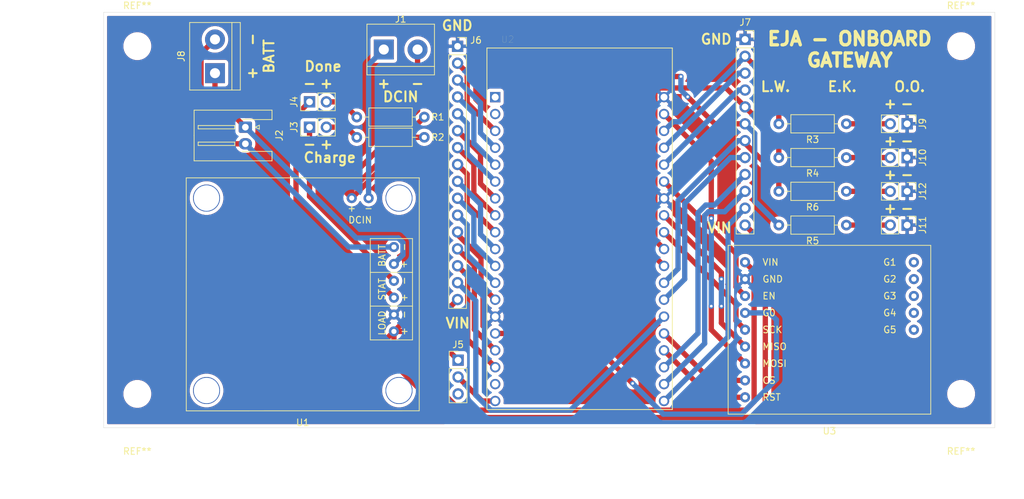
<source format=kicad_pcb>
(kicad_pcb (version 20171130) (host pcbnew 5.1.6-c6e7f7d~87~ubuntu20.04.1)
  (title_block (title "EJA - Onboard Gateway") (date 2020-07-30) (rev "Leonardo Ward"))
  (layers (0 F.Cu signal) (31 B.Cu signal) (34 B.Paste user) (35 F.Paste user) (36 B.SilkS user) (37 F.SilkS user) (38 B.Mask user) (39 F.Mask user) (44 Edge.Cuts user))
  (net 0 "")
  (net 1 "Net-(J1-Pad2)")
  (net 2 "Net-(J1-Pad1)")
  (net 3 "Net-(J2-Pad2)")
  (net 4 "Net-(J2-Pad1)")
  (net 5 "Net-(J3-Pad1)")
  (net 6 "Net-(J3-Pad2)")
  (net 7 "Net-(J4-Pad1)")
  (net 8 "Net-(J4-Pad2)")
  (net 9 GND)
  (net 10 VIN)
  (net 11 MOSI_RFM95W)
  (net 12 MISO_RFM95W)
  (net 13 SCK_RFM95W)
  (net 14 CS_RFM95W)
  (net 15 EN_RFM95W)
  (net 16 RST_RFM95W)
  (net 17 "Net-(U3-Pad10)")
  (net 18 "Net-(U3-Pad11)")
  (net 19 "Net-(U3-Pad12)")
  (net 20 "Net-(U3-Pad13)")
  (net 21 "Net-(U3-Pad14)")
  (net 22 "Net-(J5-Pad2)")
  (net 23 "Net-(J5-Pad3)")
  (net 24 "Net-(J6-Pad2)")
  (net 25 "Net-(J6-Pad3)")
  (net 26 "Net-(J6-Pad4)")
  (net 27 "Net-(J6-Pad5)")
  (net 28 "Net-(J6-Pad6)")
  (net 29 "Net-(J6-Pad7)")
  (net 30 "Net-(J6-Pad8)")
  (net 31 "Net-(J6-Pad9)")
  (net 32 "Net-(J6-Pad10)")
  (net 33 "Net-(J6-Pad11)")
  (net 34 "Net-(J6-Pad12)")
  (net 35 "Net-(J7-Pad3)")
  (net 36 "Net-(J7-Pad4)")
  (net 37 "Net-(J7-Pad8)")
  (net 38 "Net-(J7-Pad9)")
  (net 39 "Net-(J7-Pad10)")
  (net 40 "Net-(J7-Pad11)")
  (net 41 "Net-(U2-Pad1)")
  (net 42 "Net-(U2-Pad2)")
  (net 43 "Net-(U2-Pad18)")
  (net 44 LED_01)
  (net 45 LED_02)
  (net 46 LED_03)
  (net 47 LED_04)
  (net 48 "Net-(J9-Pad2)")
  (net 49 "Net-(J10-Pad2)")
  (net 50 "Net-(J11-Pad2)")
  (net 51 "Net-(J12-Pad2)")
  (net 52 SD2_ESP32)
  (net 53 SD3_ESP32)
  (net 54 IO0_ESP32)
  (net 55 IRQ_RFM95W)
  (module MountingHole:MountingHole_3.2mm_M3 (layer F.Cu) (at 101.6 121.412)
    (fp_text reference REF** (at 0 8.636) (layer F.SilkS))
    (fp_text value MountingHole_3.2mm_M3)
    (pad 1 np_thru_hole circle (at 0 0) (size 3.2 3.2) (drill 3.2) (layers *.Cu *.Mask))
  )
  (module MountingHole:MountingHole_3.2mm_M3 (layer F.Cu) (at 225.552 121.412)
    (fp_text reference REF** (at 0 8.636) (layer F.SilkS))
    (fp_text value MountingHole_3.2mm_M3)
    (pad 1 np_thru_hole circle (at 0 0) (size 3.2 3.2) (drill 3.2) (layers *.Cu *.Mask))
  )
  (module MountingHole:MountingHole_3.2mm_M3 (layer F.Cu) (at 225.552 69.088)
    (fp_text reference REF** (at 0 -6.096) (layer F.SilkS))
    (fp_text value MountingHole_3.2mm_M3)
    (pad 1 np_thru_hole circle (at 0 0) (size 3.2 3.2) (drill 3.2) (layers *.Cu *.Mask))
  )
  (module MountingHole:MountingHole_3.2mm_M3 (layer F.Cu) (at 101.6 69.088)
    (fp_text reference REF** (at 0 -6.096) (layer F.SilkS))
    (fp_text value MountingHole_3.2mm_M3)
    (pad 1 np_thru_hole circle (at 0 0) (size 3.2 3.2) (drill 3.2) (layers *.Cu *.Mask))
  )
  (module footprints:USB_LiIon_LiPoly_Charger_Board (layer F.Cu) (at 126.492 105.664)
    (fp_text reference U1 (at 0 20.066) (layer F.SilkS))
    (fp_text value USB_LiIon_LiPoly_Charger_Board)
    (fp_text user DCIN (at 8.636 -10.414) (layer F.SilkS))
    (fp_text user - (at 9.906 -12.192) (layer F.SilkS))
    (fp_text user + (at 7.366 -12.192) (layer F.SilkS))
    (fp_text user - (at 15.24 -6.35 90) (layer F.SilkS))
    (fp_text user + (at 15.24 -3.81) (layer F.SilkS))
    (fp_text user - (at 15.24 -1.27 90) (layer F.SilkS))
    (fp_text user + (at 15.24 1.27 90) (layer F.SilkS))
    (fp_text user - (at 15.24 3.81 90) (layer F.SilkS))
    (fp_text user + (at 15.24 6.35 90) (layer F.SilkS))
    (fp_text user BATT (at 11.938 -5.08 90) (layer F.SilkS))
    (fp_text user STAT (at 11.938 0 90) (layer F.SilkS))
    (fp_text user LOAD (at 11.938 5.08 90) (layer F.SilkS))
    (pad 8 thru_hole custom (at 7.366 -13.716) (size 1.524 1.524) (drill 0.762) (layers *.Cu *.Mask) (net 1 "Net-(J1-Pad2)") (options (clearance outline) (anchor circle)) (primitives))
    (pad 7 thru_hole custom (at 9.906 -13.716) (size 1.524 1.524) (drill 0.762) (layers *.Cu *.Mask) (net 2 "Net-(J1-Pad1)") (options (clearance outline) (anchor circle)) (primitives))
    (pad 6 thru_hole circle (at 13.716 -6.35) (size 1.524 1.524) (drill 0.762) (layers *.Cu *.Mask) (net 3 "Net-(J2-Pad2)"))
    (pad 5 thru_hole circle (at 13.716 -3.81) (size 1.524 1.524) (drill 0.762) (layers *.Cu *.Mask) (net 4 "Net-(J2-Pad1)"))
    (pad 4 thru_hole circle (at 13.716 -1.27) (size 1.524 1.524) (drill 0.762) (layers *.Cu *.Mask) (net 5 "Net-(J3-Pad1)"))
    (pad 3 thru_hole circle (at 13.716 1.27) (size 1.524 1.524) (drill 0.762) (layers *.Cu *.Mask) (net 7 "Net-(J4-Pad1)"))
    (pad 2 thru_hole circle (at 13.716 3.81) (size 1.524 1.524) (drill 0.762) (layers *.Cu *.Mask) (net 9 GND))
    (pad 1 thru_hole circle (at 13.716 6.35) (size 1.524 1.524) (drill 0.762) (layers *.Cu *.Mask) (net 10 VIN))
    (pad 9 thru_hole circle (at -14.478 -13.716) (size 4.064 4.064) (drill 3.81) (layers *.Cu *.Mask))
    (pad 10 thru_hole circle (at -14.478 15.24) (size 4.064 4.064) (drill 3.81) (layers *.Cu *.Mask))
    (pad 11 thru_hole circle (at 14.478 15.24) (size 4.064 4.064) (drill 3.81) (layers *.Cu *.Mask))
    (pad 12 thru_hole circle (at 14.478 -13.716) (size 4.064 4.064) (drill 3.81) (layers *.Cu *.Mask))
  )
  (module footprints:RFM95W-Board (layer F.Cu) (at 205.74 111.76)
    (fp_text reference U3 (at 0 15.24) (layer F.SilkS))
    (fp_text value LoRa_RFM95W_Board)
    (fp_text user VIN (at -10.16 -10.16) (layer F.SilkS) (effects (justify left)))
    (fp_text user GND (at -10.16 -7.62) (layer F.SilkS) (effects (justify left)))
    (fp_text user EN (at -10.16 -5.08) (layer F.SilkS) (effects (justify left)))
    (fp_text user G0 (at -10.16 -2.54) (layer F.SilkS) (effects (justify left)))
    (fp_text user SCK (at -10.16 0) (layer F.SilkS) (effects (justify left)))
    (fp_text user MISO (at -10.16 2.54) (layer F.SilkS) (effects (justify left)))
    (fp_text user MOSI (at -10.16 5.08) (layer F.SilkS) (effects (justify left)))
    (fp_text user CS (at -10.16 7.62) (layer F.SilkS) (effects (justify left)))
    (fp_text user RST (at -10.16 10.16) (layer F.SilkS) (effects (justify left)))
    (fp_text user G1 (at 10.16 -10.16) (layer F.SilkS) (effects (justify right)))
    (fp_text user G2 (at 10.16 -7.62) (layer F.SilkS) (effects (justify right)))
    (fp_text user G3 (at 10.16 -5.08) (layer F.SilkS) (effects (justify right)))
    (fp_text user G4 (at 10.16 -2.54) (layer F.SilkS) (effects (justify right)))
    (fp_text user G5 (at 10.16 0) (layer F.SilkS) (effects (justify right)))
    (pad 1 thru_hole circle (at -12.7 -10.16) (size 1.524 1.524) (drill 0.762) (layers *.Cu *.Mask) (net 10 VIN))
    (pad 2 thru_hole circle (at -12.7 -7.62) (size 1.524 1.524) (drill 0.762) (layers *.Cu *.Mask) (net 9 GND))
    (pad 3 thru_hole circle (at -12.7 -5.08) (size 1.524 1.524) (drill 0.762) (layers *.Cu *.Mask) (net 15 EN_RFM95W))
    (pad 4 thru_hole circle (at -12.7 -2.54) (size 1.524 1.524) (drill 0.762) (layers *.Cu *.Mask) (net 55 IRQ_RFM95W))
    (pad 5 thru_hole circle (at -12.7 0) (size 1.524 1.524) (drill 0.762) (layers *.Cu *.Mask) (net 13 SCK_RFM95W))
    (pad 6 thru_hole circle (at -12.7 2.54) (size 1.524 1.524) (drill 0.762) (layers *.Cu *.Mask) (net 12 MISO_RFM95W))
    (pad 7 thru_hole circle (at -12.7 5.08) (size 1.524 1.524) (drill 0.762) (layers *.Cu *.Mask) (net 11 MOSI_RFM95W))
    (pad 8 thru_hole circle (at -12.7 7.62) (size 1.524 1.524) (drill 0.762) (layers *.Cu *.Mask) (net 14 CS_RFM95W))
    (pad 9 thru_hole circle (at -12.7 10.16) (size 1.524 1.524) (drill 0.762) (layers *.Cu *.Mask) (net 16 RST_RFM95W))
    (pad 10 thru_hole circle (at 12.7 0) (size 1.524 1.524) (drill 0.762) (layers *.Cu *.Mask) (net 17 "Net-(U3-Pad10)"))
    (pad 11 thru_hole circle (at 12.7 -2.54) (size 1.524 1.524) (drill 0.762) (layers *.Cu *.Mask) (net 18 "Net-(U3-Pad11)"))
    (pad 12 thru_hole circle (at 12.7 -5.08) (size 1.524 1.524) (drill 0.762) (layers *.Cu *.Mask) (net 19 "Net-(U3-Pad12)"))
    (pad 13 thru_hole circle (at 12.7 -7.62) (size 1.524 1.524) (drill 0.762) (layers *.Cu *.Mask) (net 20 "Net-(U3-Pad13)"))
    (pad 14 thru_hole circle (at 12.7 -10.16) (size 1.524 1.524) (drill 0.762) (layers *.Cu *.Mask) (net 21 "Net-(U3-Pad14)"))
  )
  (module Connector_PinHeader_2.54mm:PinHeader_1x02_P2.54mm_Vertical (layer F.Cu) (at 127.508 81.28 90)
    (fp_text reference J3 (at 0 -2.33 90) (layer F.SilkS))
    (fp_text value Conn_LED_Charge)
    (pad 1 thru_hole rect (at 0 0 90) (size 1.7 1.7) (drill 1) (layers *.Cu *.Mask) (net 5 "Net-(J3-Pad1)"))
    (pad 2 thru_hole oval (at 0 2.54 90) (size 1.7 1.7) (drill 1) (layers *.Cu *.Mask) (net 6 "Net-(J3-Pad2)"))
  )
  (module Connector_PinHeader_2.54mm:PinHeader_1x02_P2.54mm_Vertical (layer F.Cu) (at 127.508 77.47 90)
    (fp_text reference J4 (at 0 -2.33 90) (layer F.SilkS))
    (fp_text value Conn_LED_Done)
    (pad 1 thru_hole rect (at 0 0 90) (size 1.7 1.7) (drill 1) (layers *.Cu *.Mask) (net 7 "Net-(J4-Pad1)"))
    (pad 2 thru_hole oval (at 0 2.54 90) (size 1.7 1.7) (drill 1) (layers *.Cu *.Mask) (net 8 "Net-(J4-Pad2)"))
  )
  (module Connector_PinHeader_2.54mm:PinHeader_1x03_P2.54mm_Vertical (layer F.Cu) (at 149.86 116.332)
    (fp_text reference J5 (at 0 -2.33) (layer F.SilkS))
    (fp_text value Conn_VIN_ESP32)
    (pad 1 thru_hole rect (at 0 0) (size 1.7 1.7) (drill 1) (layers *.Cu *.Mask) (net 10 VIN))
    (pad 2 thru_hole oval (at 0 2.54) (size 1.7 1.7) (drill 1) (layers *.Cu *.Mask) (net 22 "Net-(J5-Pad2)"))
    (pad 3 thru_hole oval (at 0 5.08) (size 1.7 1.7) (drill 1) (layers *.Cu *.Mask) (net 23 "Net-(J5-Pad3)"))
  )
  (module TerminalBlock:TerminalBlock_bornier-2_P5.08mm (layer F.Cu) (at 113.284 73.152 90)
    (fp_text reference J8 (at 2.54 -5.08 90) (layer F.SilkS))
    (fp_text value Conn_Battery_TB)
    (pad 1 thru_hole rect (at 0 0 90) (size 3 3) (drill 1.52) (layers *.Cu *.Mask) (net 4 "Net-(J2-Pad1)"))
    (pad 2 thru_hole circle (at 5.08 0 90) (size 3 3) (drill 1.52) (layers *.Cu *.Mask) (net 3 "Net-(J2-Pad2)"))
  )
  (module footprints:MODULE_ESP32-DEVKITC-32D (layer F.Cu) (at 168.148 96.52)
    (fp_text reference U2 (at -10.829175 -28.446045) (layer F.SilkS) (effects (font (size 1.000386 1.000386) (thickness 0.015))))
    (fp_text value ESP32-DEVKITC-32D)
    (pad 1 thru_hole rect (at -12.7 -19.76) (size 1.56 1.56) (drill 1.04) (layers *.Cu *.Mask) (net 41 "Net-(U2-Pad1)"))
    (pad 2 thru_hole circle (at -12.7 -17.22) (size 1.56 1.56) (drill 1.04) (layers *.Cu *.Mask) (net 42 "Net-(U2-Pad2)"))
    (pad 19 thru_hole circle (at -12.7 25.96) (size 1.56 1.56) (drill 1.04) (layers *.Cu *.Mask) (net 22 "Net-(J5-Pad2)"))
    (pad 3 thru_hole circle (at -12.7 -14.68) (size 1.56 1.56) (drill 1.04) (layers *.Cu *.Mask) (net 24 "Net-(J6-Pad2)"))
    (pad 4 thru_hole circle (at -12.7 -12.14) (size 1.56 1.56) (drill 1.04) (layers *.Cu *.Mask) (net 25 "Net-(J6-Pad3)"))
    (pad 5 thru_hole circle (at -12.7 -9.6) (size 1.56 1.56) (drill 1.04) (layers *.Cu *.Mask) (net 26 "Net-(J6-Pad4)"))
    (pad 6 thru_hole circle (at -12.7 -7.06) (size 1.56 1.56) (drill 1.04) (layers *.Cu *.Mask) (net 27 "Net-(J6-Pad5)"))
    (pad 7 thru_hole circle (at -12.7 -4.52) (size 1.56 1.56) (drill 1.04) (layers *.Cu *.Mask) (net 28 "Net-(J6-Pad6)"))
    (pad 8 thru_hole circle (at -12.7 -1.98) (size 1.56 1.56) (drill 1.04) (layers *.Cu *.Mask) (net 29 "Net-(J6-Pad7)"))
    (pad 9 thru_hole circle (at -12.7 0.56) (size 1.56 1.56) (drill 1.04) (layers *.Cu *.Mask) (net 30 "Net-(J6-Pad8)"))
    (pad 10 thru_hole circle (at -12.7 3.1) (size 1.56 1.56) (drill 1.04) (layers *.Cu *.Mask) (net 31 "Net-(J6-Pad9)"))
    (pad 11 thru_hole circle (at -12.7 5.64) (size 1.56 1.56) (drill 1.04) (layers *.Cu *.Mask) (net 32 "Net-(J6-Pad10)"))
    (pad 12 thru_hole circle (at -12.7 8.18) (size 1.56 1.56) (drill 1.04) (layers *.Cu *.Mask) (net 33 "Net-(J6-Pad11)"))
    (pad 13 thru_hole circle (at -12.7 10.72) (size 1.56 1.56) (drill 1.04) (layers *.Cu *.Mask) (net 34 "Net-(J6-Pad12)"))
    (pad 14 thru_hole circle (at -12.7 13.26) (size 1.56 1.56) (drill 1.04) (layers *.Cu *.Mask) (net 9 GND))
    (pad 15 thru_hole circle (at -12.7 15.8) (size 1.56 1.56) (drill 1.04) (layers *.Cu *.Mask) (net 55 IRQ_RFM95W))
    (pad 16 thru_hole circle (at -12.7 18.34) (size 1.56 1.56) (drill 1.04) (layers *.Cu *.Mask) (net 52 SD2_ESP32))
    (pad 17 thru_hole circle (at -12.7 20.88) (size 1.56 1.56) (drill 1.04) (layers *.Cu *.Mask) (net 53 SD3_ESP32))
    (pad 18 thru_hole circle (at -12.7 23.42) (size 1.56 1.56) (drill 1.04) (layers *.Cu *.Mask) (net 43 "Net-(U2-Pad18)"))
    (pad 20 thru_hole circle (at 12.7 -19.76) (size 1.56 1.56) (drill 1.04) (layers *.Cu *.Mask) (net 9 GND))
    (pad 21 thru_hole circle (at 12.7 -17.22) (size 1.56 1.56) (drill 1.04) (layers *.Cu *.Mask) (net 11 MOSI_RFM95W))
    (pad 22 thru_hole circle (at 12.7 -14.68) (size 1.56 1.56) (drill 1.04) (layers *.Cu *.Mask) (net 44 LED_01))
    (pad 23 thru_hole circle (at 12.7 -12.14) (size 1.56 1.56) (drill 1.04) (layers *.Cu *.Mask) (net 35 "Net-(J7-Pad3)"))
    (pad 24 thru_hole circle (at 12.7 -9.6) (size 1.56 1.56) (drill 1.04) (layers *.Cu *.Mask) (net 36 "Net-(J7-Pad4)"))
    (pad 25 thru_hole circle (at 12.7 -7.06) (size 1.56 1.56) (drill 1.04) (layers *.Cu *.Mask) (net 15 EN_RFM95W))
    (pad 26 thru_hole circle (at 12.7 -4.52) (size 1.56 1.56) (drill 1.04) (layers *.Cu *.Mask) (net 9 GND))
    (pad 27 thru_hole circle (at 12.7 -1.98) (size 1.56 1.56) (drill 1.04) (layers *.Cu *.Mask) (net 12 MISO_RFM95W))
    (pad 28 thru_hole circle (at 12.7 0.56) (size 1.56 1.56) (drill 1.04) (layers *.Cu *.Mask) (net 13 SCK_RFM95W))
    (pad 29 thru_hole circle (at 12.7 3.1) (size 1.56 1.56) (drill 1.04) (layers *.Cu *.Mask) (net 45 LED_02))
    (pad 30 thru_hole circle (at 12.7 5.64) (size 1.56 1.56) (drill 1.04) (layers *.Cu *.Mask) (net 46 LED_03))
    (pad 31 thru_hole circle (at 12.7 8.18) (size 1.56 1.56) (drill 1.04) (layers *.Cu *.Mask) (net 47 LED_04))
    (pad 32 thru_hole circle (at 12.7 10.72) (size 1.56 1.56) (drill 1.04) (layers *.Cu *.Mask) (net 37 "Net-(J7-Pad8)"))
    (pad 33 thru_hole circle (at 12.7 13.26) (size 1.56 1.56) (drill 1.04) (layers *.Cu *.Mask) (net 54 IO0_ESP32))
    (pad 34 thru_hole circle (at 12.7 15.8) (size 1.56 1.56) (drill 1.04) (layers *.Cu *.Mask) (net 14 CS_RFM95W))
    (pad 35 thru_hole circle (at 12.7 18.34) (size 1.56 1.56) (drill 1.04) (layers *.Cu *.Mask) (net 16 RST_RFM95W))
    (pad 36 thru_hole circle (at 12.7 20.88) (size 1.56 1.56) (drill 1.04) (layers *.Cu *.Mask) (net 38 "Net-(J7-Pad9)"))
    (pad 37 thru_hole circle (at 12.7 23.42) (size 1.56 1.56) (drill 1.04) (layers *.Cu *.Mask) (net 39 "Net-(J7-Pad10)"))
    (pad 38 thru_hole circle (at 12.7 25.96) (size 1.56 1.56) (drill 1.04) (layers *.Cu *.Mask) (net 40 "Net-(J7-Pad11)"))
  )
  (module Connector_JST:JST_XH_S2B-XH-A-1_1x02_P2.50mm_Horizontal (layer F.Cu) (at 117.856 81.28 270)
    (fp_text reference J2 (at 1.25 -5.1 90) (layer F.SilkS))
    (fp_text value Conn_Battery_JST_XH)
    (pad 1 thru_hole roundrect (at 0 0 270) (size 1.7 2) (drill 1) (layers *.Cu *.Mask) (roundrect_rratio 0.147059) (net 4 "Net-(J2-Pad1)"))
    (pad 2 thru_hole oval (at 2.5 0 270) (size 1.7 2) (drill 1) (layers *.Cu *.Mask) (net 3 "Net-(J2-Pad2)"))
  )
  (module TerminalBlock:TerminalBlock_bornier-2_P5.08mm (layer F.Cu) (at 138.684 69.596)
    (fp_text reference J1 (at 2.54 -4.572) (layer F.SilkS))
    (fp_text value Conn_DCin)
    (pad 1 thru_hole rect (at 0 0) (size 3 3) (drill 1.52) (layers *.Cu *.Mask) (net 2 "Net-(J1-Pad1)"))
    (pad 2 thru_hole circle (at 5.08 0) (size 3 3) (drill 1.52) (layers *.Cu *.Mask) (net 1 "Net-(J1-Pad2)"))
  )
  (module Resistor_THT:R_Axial_DIN0207_L6.3mm_D2.5mm_P10.16mm_Horizontal (layer F.Cu) (at 134.62 79.756)
    (fp_text reference R1 (at 12.192 0) (layer F.SilkS))
    (fp_text value 1K)
    (pad 2 thru_hole oval (at 10.16 0) (size 1.6 1.6) (drill 0.8) (layers *.Cu *.Mask) (net 1 "Net-(J1-Pad2)"))
    (pad 1 thru_hole circle (at 0 0) (size 1.6 1.6) (drill 0.8) (layers *.Cu *.Mask) (net 8 "Net-(J4-Pad2)"))
  )
  (module Resistor_THT:R_Axial_DIN0207_L6.3mm_D2.5mm_P10.16mm_Horizontal (layer F.Cu) (at 134.62 82.804)
    (fp_text reference R2 (at 12.192 0) (layer F.SilkS))
    (fp_text value 1k)
    (pad 1 thru_hole circle (at 0 0) (size 1.6 1.6) (drill 0.8) (layers *.Cu *.Mask) (net 6 "Net-(J3-Pad2)"))
    (pad 2 thru_hole oval (at 10.16 0) (size 1.6 1.6) (drill 0.8) (layers *.Cu *.Mask) (net 1 "Net-(J1-Pad2)"))
  )
  (module Connector_PinSocket_2.54mm:PinSocket_1x16_P2.54mm_Vertical (layer F.Cu) (at 149.7838 69.1134)
    (fp_text reference J6 (at 2.7686 -0.9144) (layer F.SilkS))
    (fp_text value Conn_Extras_01)
    (pad 1 thru_hole rect (at 0 0) (size 1.7 1.7) (drill 1) (layers *.Cu *.Mask) (net 9 GND))
    (pad 2 thru_hole oval (at 0 2.54) (size 1.7 1.7) (drill 1) (layers *.Cu *.Mask) (net 24 "Net-(J6-Pad2)"))
    (pad 3 thru_hole oval (at 0 5.08) (size 1.7 1.7) (drill 1) (layers *.Cu *.Mask) (net 25 "Net-(J6-Pad3)"))
    (pad 4 thru_hole oval (at 0 7.62) (size 1.7 1.7) (drill 1) (layers *.Cu *.Mask) (net 26 "Net-(J6-Pad4)"))
    (pad 5 thru_hole oval (at 0 10.16) (size 1.7 1.7) (drill 1) (layers *.Cu *.Mask) (net 27 "Net-(J6-Pad5)"))
    (pad 6 thru_hole oval (at 0 12.7) (size 1.7 1.7) (drill 1) (layers *.Cu *.Mask) (net 28 "Net-(J6-Pad6)"))
    (pad 7 thru_hole oval (at 0 15.24) (size 1.7 1.7) (drill 1) (layers *.Cu *.Mask) (net 29 "Net-(J6-Pad7)"))
    (pad 8 thru_hole oval (at 0 17.78) (size 1.7 1.7) (drill 1) (layers *.Cu *.Mask) (net 30 "Net-(J6-Pad8)"))
    (pad 9 thru_hole oval (at 0 20.32) (size 1.7 1.7) (drill 1) (layers *.Cu *.Mask) (net 31 "Net-(J6-Pad9)"))
    (pad 10 thru_hole oval (at 0 22.86) (size 1.7 1.7) (drill 1) (layers *.Cu *.Mask) (net 32 "Net-(J6-Pad10)"))
    (pad 11 thru_hole oval (at 0 25.4) (size 1.7 1.7) (drill 1) (layers *.Cu *.Mask) (net 33 "Net-(J6-Pad11)"))
    (pad 12 thru_hole oval (at 0 27.94) (size 1.7 1.7) (drill 1) (layers *.Cu *.Mask) (net 34 "Net-(J6-Pad12)"))
    (pad 13 thru_hole oval (at 0 30.48) (size 1.7 1.7) (drill 1) (layers *.Cu *.Mask) (net 52 SD2_ESP32))
    (pad 14 thru_hole oval (at 0 33.02) (size 1.7 1.7) (drill 1) (layers *.Cu *.Mask) (net 53 SD3_ESP32))
    (pad 15 thru_hole oval (at 0 35.56) (size 1.7 1.7) (drill 1) (layers *.Cu *.Mask) (net 54 IO0_ESP32))
    (pad 16 thru_hole oval (at 0 38.1) (size 1.7 1.7) (drill 1) (layers *.Cu *.Mask) (net 10 VIN))
  )
  (module Connector_PinSocket_2.54mm:PinSocket_1x12_P2.54mm_Vertical (layer F.Cu) (at 193.04 68.072)
    (fp_text reference J7 (at 0.0254 -2.5654) (layer F.SilkS))
    (fp_text value Conn_Extras_02)
    (pad 1 thru_hole rect (at 0 0) (size 1.7 1.7) (drill 1) (layers *.Cu *.Mask) (net 9 GND))
    (pad 2 thru_hole oval (at 0 2.54) (size 1.7 1.7) (drill 1) (layers *.Cu *.Mask) (net 44 LED_01))
    (pad 3 thru_hole oval (at 0 5.08) (size 1.7 1.7) (drill 1) (layers *.Cu *.Mask) (net 35 "Net-(J7-Pad3)"))
    (pad 4 thru_hole oval (at 0 7.62) (size 1.7 1.7) (drill 1) (layers *.Cu *.Mask) (net 36 "Net-(J7-Pad4)"))
    (pad 5 thru_hole oval (at 0 10.16) (size 1.7 1.7) (drill 1) (layers *.Cu *.Mask) (net 45 LED_02))
    (pad 6 thru_hole oval (at 0 12.7) (size 1.7 1.7) (drill 1) (layers *.Cu *.Mask) (net 46 LED_03))
    (pad 7 thru_hole oval (at 0 15.24) (size 1.7 1.7) (drill 1) (layers *.Cu *.Mask) (net 47 LED_04))
    (pad 8 thru_hole oval (at 0 17.78) (size 1.7 1.7) (drill 1) (layers *.Cu *.Mask) (net 37 "Net-(J7-Pad8)"))
    (pad 9 thru_hole oval (at 0 20.32) (size 1.7 1.7) (drill 1) (layers *.Cu *.Mask) (net 38 "Net-(J7-Pad9)"))
    (pad 10 thru_hole oval (at 0 22.86) (size 1.7 1.7) (drill 1) (layers *.Cu *.Mask) (net 39 "Net-(J7-Pad10)"))
    (pad 11 thru_hole oval (at 0 25.4) (size 1.7 1.7) (drill 1) (layers *.Cu *.Mask) (net 40 "Net-(J7-Pad11)"))
    (pad 12 thru_hole oval (at 0 27.94) (size 1.7 1.7) (drill 1) (layers *.Cu *.Mask) (net 10 VIN))
  )
  (module Connector_PinHeader_2.54mm:PinHeader_1x02_P2.54mm_Vertical (layer F.Cu) (at 217.424 80.772 270)
    (fp_text reference J9 (at 0 -2.33 90) (layer F.SilkS))
    (fp_text value Extra_LED_01)
    (pad 1 thru_hole rect (at 0 0 270) (size 1.7 1.7) (drill 1) (layers *.Cu *.Mask) (net 9 GND))
    (pad 2 thru_hole oval (at 0 2.54 270) (size 1.7 1.7) (drill 1) (layers *.Cu *.Mask) (net 48 "Net-(J9-Pad2)"))
  )
  (module Connector_PinHeader_2.54mm:PinHeader_1x02_P2.54mm_Vertical (layer F.Cu) (at 217.424 85.852 270)
    (fp_text reference J10 (at 0 -2.33 90) (layer F.SilkS))
    (fp_text value Extra_LED_02)
    (pad 2 thru_hole oval (at 0 2.54 270) (size 1.7 1.7) (drill 1) (layers *.Cu *.Mask) (net 49 "Net-(J10-Pad2)"))
    (pad 1 thru_hole rect (at 0 0 270) (size 1.7 1.7) (drill 1) (layers *.Cu *.Mask) (net 9 GND))
  )
  (module Connector_PinHeader_2.54mm:PinHeader_1x02_P2.54mm_Vertical (layer F.Cu) (at 217.424 96.012 270)
    (fp_text reference J11 (at 0 -2.33 90) (layer F.SilkS))
    (fp_text value Extra_LED_03)
    (pad 1 thru_hole rect (at 0 0 270) (size 1.7 1.7) (drill 1) (layers *.Cu *.Mask) (net 9 GND))
    (pad 2 thru_hole oval (at 0 2.54 270) (size 1.7 1.7) (drill 1) (layers *.Cu *.Mask) (net 50 "Net-(J11-Pad2)"))
  )
  (module Connector_PinHeader_2.54mm:PinHeader_1x02_P2.54mm_Vertical (layer F.Cu) (at 217.424 90.932 270)
    (fp_text reference J12 (at 0 -2.33 90) (layer F.SilkS))
    (fp_text value Extra_LED_04)
    (pad 2 thru_hole oval (at 0 2.54 270) (size 1.7 1.7) (drill 1) (layers *.Cu *.Mask) (net 51 "Net-(J12-Pad2)"))
    (pad 1 thru_hole rect (at 0 0 270) (size 1.7 1.7) (drill 1) (layers *.Cu *.Mask) (net 9 GND))
  )
  (module Resistor_THT:R_Axial_DIN0207_L6.3mm_D2.5mm_P10.16mm_Horizontal (layer F.Cu) (at 208.28 80.772 180)
    (fp_text reference R3 (at 5.08 -2.37) (layer F.SilkS))
    (fp_text value R_Led01)
    (pad 2 thru_hole oval (at 10.16 0 180) (size 1.6 1.6) (drill 0.8) (layers *.Cu *.Mask) (net 44 LED_01))
    (pad 1 thru_hole circle (at 0 0 180) (size 1.6 1.6) (drill 0.8) (layers *.Cu *.Mask) (net 48 "Net-(J9-Pad2)"))
  )
  (module Resistor_THT:R_Axial_DIN0207_L6.3mm_D2.5mm_P10.16mm_Horizontal (layer F.Cu) (at 208.28 85.852 180)
    (fp_text reference R4 (at 5.08 -2.37) (layer F.SilkS))
    (fp_text value R_Led02)
    (pad 1 thru_hole circle (at 0 0 180) (size 1.6 1.6) (drill 0.8) (layers *.Cu *.Mask) (net 49 "Net-(J10-Pad2)"))
    (pad 2 thru_hole oval (at 10.16 0 180) (size 1.6 1.6) (drill 0.8) (layers *.Cu *.Mask) (net 45 LED_02))
  )
  (module Resistor_THT:R_Axial_DIN0207_L6.3mm_D2.5mm_P10.16mm_Horizontal (layer F.Cu) (at 208.28 96.012 180)
    (fp_text reference R5 (at 5.08 -2.37) (layer F.SilkS))
    (fp_text value R_Led03)
    (pad 1 thru_hole circle (at 0 0 180) (size 1.6 1.6) (drill 0.8) (layers *.Cu *.Mask) (net 50 "Net-(J11-Pad2)"))
    (pad 2 thru_hole oval (at 10.16 0 180) (size 1.6 1.6) (drill 0.8) (layers *.Cu *.Mask) (net 46 LED_03))
  )
  (module Resistor_THT:R_Axial_DIN0207_L6.3mm_D2.5mm_P10.16mm_Horizontal (layer F.Cu) (at 208.28 90.932 180)
    (fp_text reference R6 (at 5.08 -2.37) (layer F.SilkS))
    (fp_text value R_Led04)
    (pad 2 thru_hole oval (at 10.16 0 180) (size 1.6 1.6) (drill 0.8) (layers *.Cu *.Mask) (net 47 LED_04))
    (pad 1 thru_hole circle (at 0 0 180) (size 1.6 1.6) (drill 0.8) (layers *.Cu *.Mask) (net 51 "Net-(J12-Pad2)"))
  )
  (gr_text VIN (at 189.2046 96.4184) (layer F.SilkS) (effects (font (size 1.5 1.5) (thickness 0.3))))
  (gr_text GND (at 188.6966 68.0466) (layer F.SilkS) (effects (font (size 1.5 1.5) (thickness 0.3))))
  (gr_text GND (at 149.733 65.9892) (layer F.SilkS) (effects (font (size 1.5 1.5) (thickness 0.3))))
  (gr_text VIN (at 149.8092 110.7694) (layer F.SilkS) (effects (font (size 1.5 1.5) (thickness 0.3))))
  (gr_text - (at 217.424 93.472) (layer F.SilkS) (effects (font (size 1.5 1.5) (thickness 0.3))))
  (gr_text - (at 217.424 88.392) (layer F.SilkS) (effects (font (size 1.5 1.5) (thickness 0.3))))
  (gr_text - (at 217.424 83.312) (layer F.SilkS) (effects (font (size 1.5 1.5) (thickness 0.3))))
  (gr_text + (at 214.884 93.472) (layer F.SilkS) (effects (font (size 1.5 1.5) (thickness 0.3))))
  (gr_text + (at 214.884 88.392) (layer F.SilkS) (effects (font (size 1.5 1.5) (thickness 0.3))))
  (gr_text + (at 214.884 83.312) (layer F.SilkS) (effects (font (size 1.5 1.5) (thickness 0.3))))
  (gr_text - (at 217.424 77.724) (layer F.SilkS) (effects (font (size 1.5 1.5) (thickness 0.3))))
  (gr_text + (at 214.884 77.724) (layer F.SilkS) (effects (font (size 1.5 1.5) (thickness 0.3))))
  (gr_line (start 230.632 126.492) (end 229.616 126.492) (layer Edge.Cuts) (width 0.05))
  (gr_line (start 230.632 64.008) (end 230.632 126.492) (layer Edge.Cuts) (width 0.05))
  (gr_line (start 229.616 64.008) (end 230.632 64.008) (layer Edge.Cuts) (width 0.05))
  (gr_text "L.W.     E.K.     O.O." (at 207.772 75.184) (layer F.SilkS) (effects (font (size 1.5 1.5) (thickness 0.3))))
  (gr_text "EJA - ONBOARD\nGATEWAY" (at 208.788 69.596) (layer F.SilkS) (effects (font (size 2 2) (thickness 0.5))))
  (gr_line (start 229.616 64.008) (end 96.52 64.008) (layer Edge.Cuts) (width 0.05))
  (gr_line (start 96.52 126.492) (end 229.616 126.492) (layer Edge.Cuts) (width 0.05))
  (gr_line (start 96.52 124.46) (end 96.52 126.492) (layer Edge.Cuts) (width 0.05))
  (gr_line (start 96.52 64.008) (end 96.52 124.46) (layer Edge.Cuts) (width 0.05))
  (gr_text DCIN (at 141.224 76.708) (layer F.SilkS) (effects (font (size 1.5 1.5) (thickness 0.3))))
  (gr_text - (at 118.872 68.072 90) (layer F.SilkS) (effects (font (size 1.5 1.5) (thickness 0.3))))
  (gr_text + (at 118.872 73.152 90) (layer F.SilkS) (effects (font (size 1.5 1.5) (thickness 0.3))))
  (gr_text BATT (at 121.412 70.612 90) (layer F.SilkS) (effects (font (size 1.5 1.5) (thickness 0.3))))
  (gr_text - (at 143.764 74.676) (layer F.SilkS) (effects (font (size 1.5 1.5) (thickness 0.3))))
  (gr_text + (at 138.684 74.676) (layer F.SilkS) (effects (font (size 1.5 1.5) (thickness 0.3))))
  (gr_text Charge (at 130.556 85.852) (layer F.SilkS) (effects (font (size 1.5 1.5) (thickness 0.3))))
  (gr_text Done (at 129.54 72.136) (layer F.SilkS) (effects (font (size 1.5 1.5) (thickness 0.3))))
  (gr_text + (at 130.048 74.676) (layer F.SilkS) (effects (font (size 1.5 1.5) (thickness 0.3))))
  (gr_text - (at 127.508 74.676) (layer F.SilkS) (effects (font (size 1.5 1.5) (thickness 0.3))))
  (gr_text - (at 127.508 83.82) (layer F.SilkS) (effects (font (size 1.5 1.5) (thickness 0.3))))
  (gr_text + (at 130.048 83.82) (layer F.SilkS) (effects (font (size 1.5 1.5) (thickness 0.3))))
  (segment (start 143.002 82.804) (end 144.78 82.804) (width 0.8) (layer F.Cu) (net 1))
  (segment (start 133.858 91.948) (end 143.002 82.804) (width 0.8) (layer F.Cu) (net 1))
  (segment (start 133.858 90.678) (end 144.78 79.756) (width 0.8) (layer F.Cu) (net 1))
  (segment (start 133.858 91.948) (end 133.858 90.678) (width 0.8) (layer F.Cu) (net 1))
  (segment (start 133.858 91.948) (end 133.096 91.186) (width 0.8) (layer F.Cu) (net 1))
  (segment (start 133.096 91.186) (end 133.096 89.408) (width 0.8) (layer F.Cu) (net 1))
  (segment (start 133.096 89.408) (end 143.764 78.74) (width 0.8) (layer F.Cu) (net 1))
  (segment (start 143.764 78.74) (end 143.764 69.596) (width 0.8) (layer F.Cu) (net 1))
  (segment (start 136.398 91.948) (end 136.398 71.882) (width 0.8) (layer B.Cu) (net 2))
  (segment (start 136.398 71.882) (end 138.684 69.596) (width 0.8) (layer B.Cu) (net 2))
  (segment (start 116.056 83.78) (end 117.856 83.78) (width 0.8) (layer F.Cu) (net 3))
  (segment (start 111.183999 70.172001) (end 111.183999 78.907999) (width 0.8) (layer F.Cu) (net 3))
  (segment (start 111.183999 78.907999) (end 116.056 83.78) (width 0.8) (layer F.Cu) (net 3))
  (segment (start 113.284 68.072) (end 111.183999 70.172001) (width 0.8) (layer F.Cu) (net 3))
  (segment (start 133.39 99.314) (end 140.208 99.314) (width 0.8) (layer B.Cu) (net 3))
  (segment (start 117.856 83.78) (end 133.39 99.314) (width 0.8) (layer B.Cu) (net 3))
  (segment (start 113.284 76.708) (end 117.856 81.28) (width 0.8) (layer F.Cu) (net 4))
  (segment (start 113.284 73.152) (end 113.284 76.708) (width 0.8) (layer F.Cu) (net 4))
  (segment (start 141.570001 100.491999) (end 140.208 101.854) (width 0.8) (layer B.Cu) (net 4))
  (segment (start 141.570001 98.660239) (end 141.570001 100.491999) (width 0.8) (layer B.Cu) (net 4))
  (segment (start 140.861761 97.951999) (end 141.570001 98.660239) (width 0.8) (layer B.Cu) (net 4))
  (segment (start 134.527999 97.951999) (end 140.861761 97.951999) (width 0.8) (layer B.Cu) (net 4))
  (segment (start 117.856 81.28) (end 134.527999 97.951999) (width 0.8) (layer B.Cu) (net 4))
  (segment (start 127.508 91.694) (end 127.508 81.28) (width 0.8) (layer F.Cu) (net 5))
  (segment (start 140.208 104.394) (end 127.508 91.694) (width 0.8) (layer F.Cu) (net 5))
  (segment (start 133.096 81.28) (end 134.62 82.804) (width 0.8) (layer F.Cu) (net 6))
  (segment (start 130.048 81.28) (end 133.096 81.28) (width 0.8) (layer F.Cu) (net 6))
  (segment (start 140.208 106.934) (end 125.476 92.202) (width 0.8) (layer F.Cu) (net 7))
  (segment (start 125.476 79.502) (end 127.508 77.47) (width 0.8) (layer F.Cu) (net 7))
  (segment (start 125.476 92.202) (end 125.476 79.502) (width 0.8) (layer F.Cu) (net 7))
  (segment (start 132.334 77.47) (end 134.62 79.756) (width 0.8) (layer F.Cu) (net 8))
  (segment (start 130.048 77.47) (end 132.334 77.47) (width 0.8) (layer F.Cu) (net 8))
  (segment (start 145.542 112.014) (end 149.86 116.332) (width 0.8) (layer F.Cu) (net 10))
  (segment (start 140.208 112.014) (end 145.542 112.014) (width 0.8) (layer F.Cu) (net 10))
  (segment (start 194.402001 102.962001) (end 193.04 101.6) (width 0.8) (layer F.Cu) (net 10))
  (segment (start 194.402001 122.573761) (end 194.402001 102.962001) (width 0.8) (layer F.Cu) (net 10))
  (segment (start 193.115761 123.860001) (end 194.402001 122.573761) (width 0.8) (layer F.Cu) (net 10))
  (segment (start 150.161999 123.860001) (end 193.115761 123.860001) (width 0.8) (layer F.Cu) (net 10))
  (segment (start 140.208 113.906002) (end 150.161999 123.860001) (width 0.8) (layer F.Cu) (net 10))
  (segment (start 140.208 112.014) (end 140.208 113.906002) (width 0.8) (layer F.Cu) (net 10))
  (segment (start 140.208 112.014) (end 138.176 114.046) (width 0.8) (layer F.Cu) (net 10))
  (segment (start 138.176 114.808) (end 148.336 124.968) (width 0.8) (layer F.Cu) (net 10))
  (segment (start 138.176 114.046) (end 138.176 114.808) (width 0.8) (layer F.Cu) (net 10))
  (segment (start 148.336 124.968) (end 194.056 124.968) (width 0.8) (layer F.Cu) (net 10))
  (segment (start 194.056 124.968) (end 196.088 122.936) (width 0.8) (layer F.Cu) (net 10))
  (segment (start 196.088 99.06) (end 193.04 96.012) (width 0.8) (layer F.Cu) (net 10))
  (segment (start 196.088 122.936) (end 196.088 99.06) (width 0.8) (layer F.Cu) (net 10))
  (segment (start 140.208 112.014) (end 142.5194 109.7026) (width 0.8) (layer F.Cu) (net 10))
  (segment (start 147.2946 109.7026) (end 149.7838 107.2134) (width 0.8) (layer F.Cu) (net 10))
  (segment (start 142.5194 109.7026) (end 147.2946 109.7026) (width 0.8) (layer F.Cu) (net 10))
  (via (at 187.96 108.204) (size 0.8) (drill 0.4) (layers F.Cu B.Cu) (net 11))
  (segment (start 187.96 111.76) (end 187.96 108.204) (width 0.8) (layer F.Cu) (net 11))
  (segment (start 193.04 116.84) (end 187.96 111.76) (width 0.8) (layer F.Cu) (net 11))
  (via (at 187.96 94.996) (size 0.8) (drill 0.4) (layers F.Cu B.Cu) (net 11))
  (segment (start 187.96 108.204) (end 187.96 94.996) (width 0.8) (layer B.Cu) (net 11))
  (segment (start 187.96 86.412) (end 180.848 79.3) (width 0.8) (layer F.Cu) (net 11))
  (segment (start 187.96 94.996) (end 187.96 86.412) (width 0.8) (layer F.Cu) (net 11))
  (segment (start 189.484 110.744) (end 189.484 108.204) (width 0.8) (layer F.Cu) (net 12))
  (via (at 189.484 108.204) (size 0.8) (drill 0.4) (layers F.Cu B.Cu) (net 12))
  (segment (start 193.04 114.3) (end 189.484 110.744) (width 0.8) (layer F.Cu) (net 12))
  (via (at 189.484 104.14) (size 0.8) (drill 0.4) (layers F.Cu B.Cu) (net 12))
  (segment (start 189.484 108.204) (end 189.484 104.14) (width 0.8) (layer B.Cu) (net 12))
  (segment (start 189.484 103.176) (end 180.848 94.54) (width 0.8) (layer F.Cu) (net 12))
  (segment (start 189.484 104.14) (end 189.484 103.176) (width 0.8) (layer F.Cu) (net 12))
  (segment (start 191.677999 110.397999) (end 191.677999 107.909999) (width 0.8) (layer F.Cu) (net 13))
  (segment (start 191.677999 107.909999) (end 180.848 97.08) (width 0.8) (layer F.Cu) (net 13))
  (segment (start 193.04 111.76) (end 191.677999 110.397999) (width 0.8) (layer F.Cu) (net 13))
  (segment (start 187.908 119.38) (end 180.848 112.32) (width 0.8) (layer F.Cu) (net 14))
  (segment (start 193.04 119.38) (end 187.908 119.38) (width 0.8) (layer F.Cu) (net 14))
  (segment (start 191.677999 100.289999) (end 180.848 89.46) (width 0.8) (layer F.Cu) (net 15))
  (segment (start 191.677999 105.317999) (end 191.677999 100.289999) (width 0.8) (layer F.Cu) (net 15))
  (segment (start 193.04 106.68) (end 191.677999 105.317999) (width 0.8) (layer F.Cu) (net 15))
  (segment (start 187.908 121.92) (end 180.848 114.86) (width 0.8) (layer F.Cu) (net 16))
  (segment (start 193.04 121.92) (end 187.908 121.92) (width 0.8) (layer F.Cu) (net 16))
  (segment (start 153.468 122.48) (end 149.86 118.872) (width 0.8) (layer F.Cu) (net 22))
  (segment (start 155.448 122.48) (end 153.468 122.48) (width 0.8) (layer F.Cu) (net 22))
  (segment (start 151.233801 73.103401) (end 149.7838 71.6534) (width 0.8) (layer F.Cu) (net 24))
  (segment (start 151.233801 77.625801) (end 151.233801 73.103401) (width 0.8) (layer F.Cu) (net 24))
  (segment (start 155.448 81.84) (end 151.233801 77.625801) (width 0.8) (layer F.Cu) (net 24))
  (segment (start 153.233821 77.643421) (end 149.7838 74.1934) (width 0.8) (layer B.Cu) (net 25))
  (segment (start 153.233821 82.165821) (end 153.233821 77.643421) (width 0.8) (layer B.Cu) (net 25))
  (segment (start 155.448 84.38) (end 153.233821 82.165821) (width 0.8) (layer B.Cu) (net 25))
  (segment (start 152.233811 83.705811) (end 152.233811 79.183411) (width 0.8) (layer B.Cu) (net 26))
  (segment (start 152.233811 79.183411) (end 149.7838 76.7334) (width 0.8) (layer B.Cu) (net 26))
  (segment (start 155.448 86.92) (end 152.233811 83.705811) (width 0.8) (layer B.Cu) (net 26))
  (segment (start 151.233801 85.245801) (end 151.233801 80.723401) (width 0.8) (layer B.Cu) (net 27))
  (segment (start 151.233801 80.723401) (end 149.7838 79.2734) (width 0.8) (layer B.Cu) (net 27))
  (segment (start 155.448 89.46) (end 151.233801 85.245801) (width 0.8) (layer B.Cu) (net 27))
  (segment (start 153.233821 85.263421) (end 149.7838 81.8134) (width 0.8) (layer F.Cu) (net 28))
  (segment (start 153.233821 89.785821) (end 153.233821 85.263421) (width 0.8) (layer F.Cu) (net 28))
  (segment (start 155.448 92) (end 153.233821 89.785821) (width 0.8) (layer F.Cu) (net 28))
  (segment (start 152.233811 86.803411) (end 149.7838 84.3534) (width 0.8) (layer F.Cu) (net 29))
  (segment (start 152.233811 91.325811) (end 152.233811 86.803411) (width 0.8) (layer F.Cu) (net 29))
  (segment (start 155.448 94.54) (end 152.233811 91.325811) (width 0.8) (layer F.Cu) (net 29))
  (segment (start 151.233801 88.343401) (end 149.7838 86.8934) (width 0.8) (layer F.Cu) (net 30))
  (segment (start 151.233801 92.865801) (end 151.233801 88.343401) (width 0.8) (layer F.Cu) (net 30))
  (segment (start 155.448 97.08) (end 151.233801 92.865801) (width 0.8) (layer F.Cu) (net 30))
  (segment (start 153.233821 92.883421) (end 149.7838 89.4334) (width 0.8) (layer B.Cu) (net 31))
  (segment (start 153.233821 97.405821) (end 153.233821 92.883421) (width 0.8) (layer B.Cu) (net 31))
  (segment (start 155.448 99.62) (end 153.233821 97.405821) (width 0.8) (layer B.Cu) (net 31))
  (segment (start 152.233811 94.423411) (end 149.7838 91.9734) (width 0.8) (layer B.Cu) (net 32))
  (segment (start 152.233811 98.945811) (end 152.233811 94.423411) (width 0.8) (layer B.Cu) (net 32))
  (segment (start 155.448 102.16) (end 152.233811 98.945811) (width 0.8) (layer B.Cu) (net 32))
  (segment (start 151.233801 95.963401) (end 149.7838 94.5134) (width 0.8) (layer B.Cu) (net 33))
  (segment (start 151.233801 100.485801) (end 151.233801 95.963401) (width 0.8) (layer B.Cu) (net 33))
  (segment (start 155.448 104.7) (end 151.233801 100.485801) (width 0.8) (layer B.Cu) (net 33))
  (segment (start 149.7838 97.447398) (end 153.310021 100.973619) (width 0.8) (layer F.Cu) (net 34))
  (segment (start 149.7838 97.0534) (end 149.7838 97.447398) (width 0.8) (layer F.Cu) (net 34))
  (segment (start 153.310021 105.102021) (end 155.448 107.24) (width 0.8) (layer F.Cu) (net 34))
  (segment (start 153.310021 100.973619) (end 153.310021 105.102021) (width 0.8) (layer F.Cu) (net 34))
  (segment (start 192.076 73.152) (end 193.04 73.152) (width 0.8) (layer B.Cu) (net 35))
  (segment (start 180.848 84.38) (end 192.076 73.152) (width 0.8) (layer B.Cu) (net 35))
  (segment (start 192.076 75.692) (end 193.04 75.692) (width 0.8) (layer B.Cu) (net 36))
  (segment (start 180.848 86.92) (end 192.076 75.692) (width 0.8) (layer B.Cu) (net 36))
  (segment (start 183.95996 104.12804) (end 183.95996 92.747813) (width 0.8) (layer B.Cu) (net 37))
  (segment (start 180.848 107.24) (end 183.95996 104.12804) (width 0.8) (layer B.Cu) (net 37))
  (segment (start 190.855773 85.852) (end 193.04 85.852) (width 0.8) (layer B.Cu) (net 37))
  (segment (start 183.95996 92.747813) (end 190.855773 85.852) (width 0.8) (layer B.Cu) (net 37))
  (segment (start 185.95998 112.28802) (end 185.95998 94.167566) (width 0.8) (layer B.Cu) (net 38))
  (segment (start 180.848 117.4) (end 185.95998 112.28802) (width 0.8) (layer B.Cu) (net 38))
  (segment (start 188.43602 92.99598) (end 193.04 88.392) (width 0.8) (layer B.Cu) (net 38))
  (segment (start 187.131566 92.99598) (end 188.43602 92.99598) (width 0.8) (layer B.Cu) (net 38))
  (segment (start 185.95998 94.167566) (end 187.131566 92.99598) (width 0.8) (layer B.Cu) (net 38))
  (segment (start 186.95999 113.82801) (end 186.95999 94.581783) (width 0.8) (layer B.Cu) (net 39))
  (segment (start 180.848 119.94) (end 186.95999 113.82801) (width 0.8) (layer B.Cu) (net 39))
  (segment (start 189.97601 93.99599) (end 193.04 90.932) (width 0.8) (layer B.Cu) (net 39))
  (segment (start 187.545783 93.99599) (end 189.97601 93.99599) (width 0.8) (layer B.Cu) (net 39))
  (segment (start 186.95999 94.581783) (end 187.545783 93.99599) (width 0.8) (layer B.Cu) (net 39))
  (segment (start 190.48401 96.02799) (end 193.04 93.472) (width 0.8) (layer B.Cu) (net 40))
  (segment (start 190.48401 112.84399) (end 190.48401 96.02799) (width 0.8) (layer B.Cu) (net 40))
  (segment (start 180.848 122.48) (end 190.48401 112.84399) (width 0.8) (layer B.Cu) (net 40))
  (segment (start 183.192001 80.459999) (end 193.04 70.612) (width 0.8) (layer B.Cu) (net 44))
  (segment (start 182.228001 80.459999) (end 183.192001 80.459999) (width 0.8) (layer B.Cu) (net 44))
  (segment (start 180.848 81.84) (end 182.228001 80.459999) (width 0.8) (layer B.Cu) (net 44))
  (segment (start 198.12 75.692) (end 198.12 80.772) (width 0.8) (layer F.Cu) (net 44))
  (segment (start 193.04 70.612) (end 198.12 75.692) (width 0.8) (layer F.Cu) (net 44))
  (segment (start 179.467999 76.097599) (end 180.185599 75.379999) (width 0.8) (layer F.Cu) (net 45))
  (segment (start 179.467999 98.239999) (end 179.467999 76.097599) (width 0.8) (layer F.Cu) (net 45))
  (segment (start 180.848 99.62) (end 179.467999 98.239999) (width 0.8) (layer F.Cu) (net 45))
  (segment (start 190.187999 75.379999) (end 193.04 78.232) (width 0.8) (layer F.Cu) (net 45))
  (segment (start 180.185599 75.379999) (end 190.187999 75.379999) (width 0.8) (layer F.Cu) (net 45))
  (segment (start 198.12 83.312) (end 198.12 85.852) (width 0.8) (layer F.Cu) (net 45))
  (segment (start 193.04 78.232) (end 198.12 83.312) (width 0.8) (layer F.Cu) (net 45))
  (segment (start 178.467989 75.683382) (end 180.491371 73.66) (width 0.8) (layer F.Cu) (net 46))
  (segment (start 178.467989 99.779989) (end 178.467989 75.683382) (width 0.8) (layer F.Cu) (net 46))
  (segment (start 180.848 102.16) (end 178.467989 99.779989) (width 0.8) (layer F.Cu) (net 46))
  (via (at 183.388 73.66) (size 0.8) (drill 0.4) (layers F.Cu B.Cu) (net 46))
  (segment (start 180.491371 73.66) (end 183.388 73.66) (width 0.8) (layer F.Cu) (net 46))
  (via (at 184.404 76.708) (size 0.8) (drill 0.4) (layers F.Cu B.Cu) (net 46))
  (segment (start 183.388 75.692) (end 184.404 76.708) (width 0.8) (layer B.Cu) (net 46))
  (segment (start 183.388 73.66) (end 183.388 75.692) (width 0.8) (layer B.Cu) (net 46))
  (segment (start 188.468 80.772) (end 193.04 80.772) (width 0.8) (layer F.Cu) (net 46))
  (segment (start 184.404 76.708) (end 188.468 80.772) (width 0.8) (layer F.Cu) (net 46))
  (segment (start 194.490001 82.222001) (end 194.490001 92.382001) (width 0.8) (layer B.Cu) (net 46))
  (segment (start 194.490001 92.382001) (end 198.12 96.012) (width 0.8) (layer B.Cu) (net 46))
  (segment (start 193.04 80.772) (end 194.490001 82.222001) (width 0.8) (layer B.Cu) (net 46))
  (segment (start 180.848 104.7) (end 182.95995 102.58805) (width 0.8) (layer B.Cu) (net 47))
  (segment (start 191.981546 83.312) (end 193.04 83.312) (width 0.8) (layer B.Cu) (net 47))
  (segment (start 182.95995 92.333596) (end 191.981546 83.312) (width 0.8) (layer B.Cu) (net 47))
  (segment (start 182.95995 102.58805) (end 182.95995 92.333596) (width 0.8) (layer B.Cu) (net 47))
  (segment (start 198.12 88.785998) (end 198.12 90.932) (width 0.8) (layer F.Cu) (net 47))
  (segment (start 193.04 83.705998) (end 198.12 88.785998) (width 0.8) (layer F.Cu) (net 47))
  (segment (start 193.04 83.312) (end 193.04 83.705998) (width 0.8) (layer F.Cu) (net 47))
  (segment (start 208.28 80.772) (end 214.884 80.772) (width 0.8) (layer F.Cu) (net 48))
  (segment (start 208.28 85.852) (end 214.884 85.852) (width 0.8) (layer F.Cu) (net 49))
  (segment (start 208.28 96.012) (end 214.884 96.012) (width 0.8) (layer F.Cu) (net 50))
  (segment (start 208.28 90.932) (end 214.884 90.932) (width 0.8) (layer F.Cu) (net 51))
  (segment (start 152.310011 111.722011) (end 155.448 114.86) (width 0.8) (layer F.Cu) (net 52))
  (segment (start 152.310011 102.119611) (end 152.310011 111.722011) (width 0.8) (layer F.Cu) (net 52))
  (segment (start 149.7838 99.5934) (end 152.310011 102.119611) (width 0.8) (layer F.Cu) (net 52))
  (segment (start 151.310001 113.262001) (end 155.448 117.4) (width 0.8) (layer F.Cu) (net 53))
  (segment (start 151.310001 103.659601) (end 151.310001 113.262001) (width 0.8) (layer F.Cu) (net 53))
  (segment (start 149.7838 102.1334) (end 151.310001 103.659601) (width 0.8) (layer F.Cu) (net 53))
  (segment (start 149.7838 104.6734) (end 152.527 107.4166) (width 0.8) (layer B.Cu) (net 54))
  (segment (start 166.767999 123.860001) (end 180.848 109.78) (width 0.8) (layer B.Cu) (net 54))
  (segment (start 154.785599 123.860001) (end 166.767999 123.860001) (width 0.8) (layer B.Cu) (net 54))
  (segment (start 152.527 121.601402) (end 154.785599 123.860001) (width 0.8) (layer B.Cu) (net 54))
  (segment (start 152.527 107.4166) (end 152.527 121.601402) (width 0.8) (layer B.Cu) (net 54))
  (segment (start 193.04 109.22) (end 196.723 109.22) (width 0.8) (layer B.Cu) (net 55))
  (segment (start 196.723 109.22) (end 197.7644 110.2614) (width 0.8) (layer B.Cu) (net 55))
  (segment (start 197.7644 119.211362) (end 192.515762 124.46) (width 0.8) (layer B.Cu) (net 55))
  (segment (start 197.7644 110.2614) (end 197.7644 119.211362) (width 0.8) (layer B.Cu) (net 55))
  (via (at 176.1236 119.8372) (size 0.8) (drill 0.4) (layers F.Cu B.Cu) (net 55))
  (segment (start 180.7464 124.46) (end 176.1236 119.8372) (width 0.8) (layer B.Cu) (net 55))
  (segment (start 192.515762 124.46) (end 180.7464 124.46) (width 0.8) (layer B.Cu) (net 55))
  (segment (start 168.6064 112.32) (end 155.448 112.32) (width 0.8) (layer F.Cu) (net 55))
  (segment (start 176.1236 119.8372) (end 168.6064 112.32) (width 0.8) (layer F.Cu) (net 55))
  (zone (net 9) (net_name GND) (layer F.Cu) (connect_pads (clearance 0.508)) (min_thickness 0.254) (fill yes (arc_segments 32) (thermal_gap 0.508) (thermal_bridge_width 0.508))
    (polygon (pts (xy 230.632 64.0588) (xy 230.5812 126.492) (xy 96.5454 126.492) (xy 96.52 64.008)))
  )
  (zone (net 9) (net_name GND) (layer B.Cu) (connect_pads (clearance 0.508)) (min_thickness 0.254) (fill yes (arc_segments 32) (thermal_gap 0.508) (thermal_bridge_width 0.508))
    (polygon (pts (xy 230.6066 126.492) (xy 96.5454 126.4666) (xy 96.52 64.008) (xy 230.632 64.008)))
  )
)
</source>
